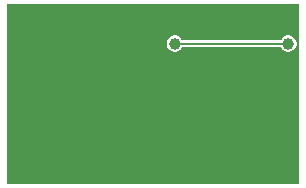
<source format=gbl>
G04*
G04 #@! TF.GenerationSoftware,Altium Limited,Altium Designer,21.2.1 (34)*
G04*
G04 Layer_Physical_Order=2*
G04 Layer_Color=16711680*
%FSTAX24Y24*%
%MOIN*%
G70*
G04*
G04 #@! TF.SameCoordinates,A22D48CB-26DB-4B69-BEBB-7B905E74D0D0*
G04*
G04*
G04 #@! TF.FilePolarity,Positive*
G04*
G01*
G75*
%ADD11C,0.0079*%
%ADD43C,0.0394*%
G36*
X104049Y025194D02*
X094334D01*
Y031168D01*
X104049D01*
Y025194D01*
D02*
G37*
%LPC*%
G36*
X103736Y03013D02*
X103664D01*
X103594Y030111D01*
X103531Y030075D01*
X10348Y030023D01*
X103451Y029974D01*
X100167D01*
X100139Y030023D01*
X100088Y030075D01*
X100025Y030111D01*
X099955Y03013D01*
X099882D01*
X099812Y030111D01*
X099749Y030075D01*
X099698Y030023D01*
X099662Y02996D01*
X099643Y02989D01*
Y029818D01*
X099662Y029748D01*
X099698Y029685D01*
X099749Y029633D01*
X099812Y029597D01*
X099882Y029578D01*
X099955D01*
X100025Y029597D01*
X100088Y029633D01*
X100139Y029685D01*
X100167Y029734D01*
X103451D01*
X10348Y029685D01*
X103531Y029633D01*
X103594Y029597D01*
X103664Y029578D01*
X103736D01*
X103807Y029597D01*
X103869Y029633D01*
X103921Y029685D01*
X103957Y029748D01*
X103976Y029818D01*
Y02989D01*
X103957Y02996D01*
X103921Y030023D01*
X103869Y030075D01*
X103807Y030111D01*
X103736Y03013D01*
D02*
G37*
%LPD*%
D11*
X099918Y029854D02*
X10371D01*
D43*
X097715Y027984D02*
D03*
X097912Y028378D02*
D03*
X097518D02*
D03*
X097912Y02759D02*
D03*
X097518D02*
D03*
X096008Y029254D02*
D03*
X098788Y030202D02*
D03*
X097912Y030011D02*
D03*
X099918Y029854D02*
D03*
X1037D02*
D03*
M02*

</source>
